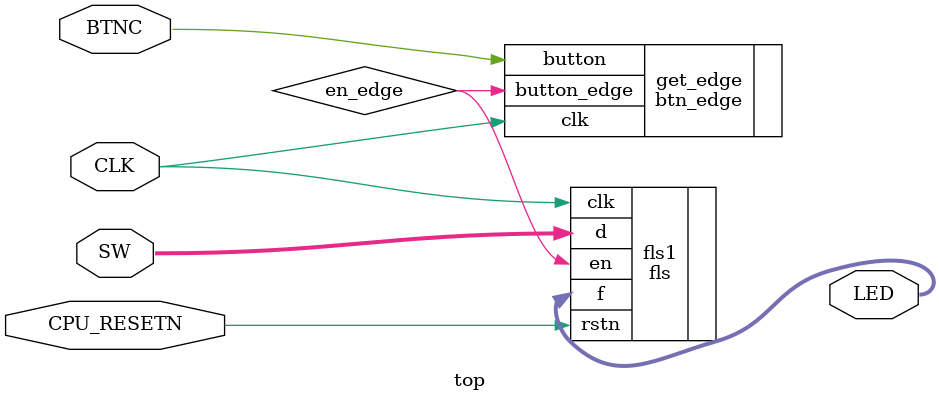
<source format=v>
`include "fls.v"
`include "btn_edge.v"

module top(input CLK,
           input CPU_RESETN,
           input BTNC,
           input [15:0] SW,
           output [15:0] LED);
    
    // 去毛刺取边沿
    wire en_edge;
    btn_edge get_edge(.clk(CLK), .button(BTNC), .button_edge(en_edge));
    
    // 连接 fls 模块
    fls fls1(.clk(CLK), .rstn(CPU_RESETN), .en(en_edge), .d(SW), .f(LED));
endmodule

</source>
